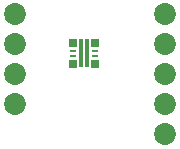
<source format=gbr>
%TF.GenerationSoftware,KiCad,Pcbnew,8.0.6*%
%TF.CreationDate,2025-01-14T14:57:28-07:00*%
%TF.ProjectId,IdealDiodeBoard,49646561-6c44-4696-9f64-65426f617264,rev?*%
%TF.SameCoordinates,Original*%
%TF.FileFunction,Soldermask,Bot*%
%TF.FilePolarity,Negative*%
%FSLAX46Y46*%
G04 Gerber Fmt 4.6, Leading zero omitted, Abs format (unit mm)*
G04 Created by KiCad (PCBNEW 8.0.6) date 2025-01-14 14:57:28*
%MOMM*%
%LPD*%
G01*
G04 APERTURE LIST*
G04 Aperture macros list*
%AMFreePoly0*
4,1,5,0.300000,-0.325000,-0.300000,-0.325000,-0.300000,0.325000,0.300000,0.325000,0.300000,-0.325000,0.300000,-0.325000,$1*%
G04 Aperture macros list end*
%ADD10C,1.854000*%
%ADD11FreePoly0,0.000000*%
%ADD12R,0.599999X0.249999*%
%ADD13R,0.299999X2.400000*%
G04 APERTURE END LIST*
D10*
%TO.C,J1*%
X134620000Y-99060000D03*
X134620000Y-96520000D03*
X134620000Y-93980000D03*
X134620000Y-91440000D03*
X134620000Y-88900000D03*
%TD*%
%TO.C,J2*%
X121920000Y-96520000D03*
X121920000Y-93980000D03*
X121920000Y-91440000D03*
X121920000Y-88900000D03*
%TD*%
D11*
%TO.C,U1*%
X126848740Y-93062718D03*
D12*
X126850000Y-92414999D03*
X126850000Y-91964997D03*
D11*
X126851364Y-91318236D03*
D13*
X127500001Y-92189998D03*
X128000001Y-92189998D03*
D11*
X128645120Y-91315916D03*
D12*
X128650002Y-91964997D03*
X128650002Y-92414999D03*
D11*
X128648311Y-93062718D03*
%TD*%
M02*

</source>
